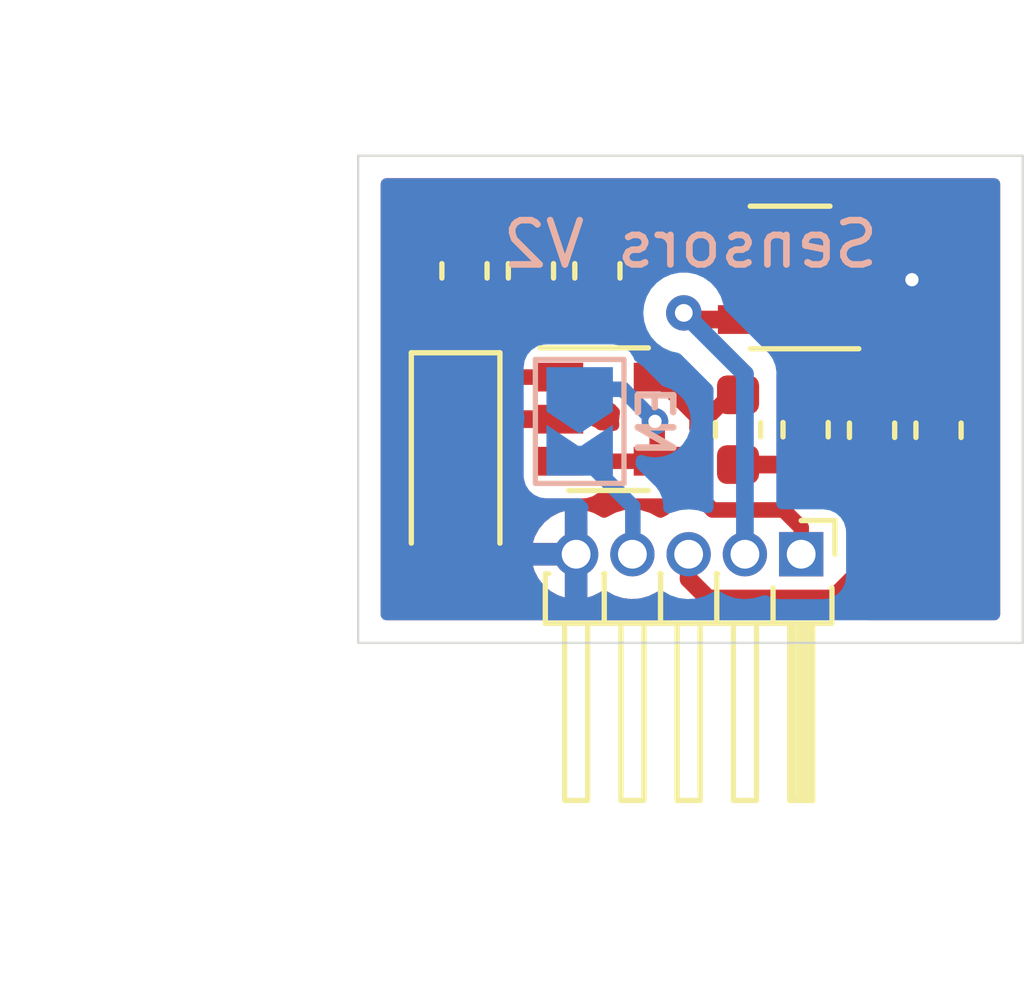
<source format=kicad_pcb>
(kicad_pcb (version 20210228) (generator pcbnew)
  (layers (0 "F.Cu" signal) (31 "B.Cu" signal) (34 "B.Paste" user) (35 "F.Paste" user) (36 "B.SilkS" user "B.Silkscreen") (37 "F.SilkS" user "F.Silkscreen") (38 "B.Mask" user) (39 "F.Mask" user) (44 "Edge.Cuts" user))
  (net 0 "")
  (net 1 "GND")
  (net 2 "Net-(D1-Pad1)")
  (net 3 "+12V")
  (net 4 "/IN")
  (net 5 "+5V")
  (net 6 "Net-(JP1-Pad1)")
  (net 7 "Net-(R3-Pad1)")
  (net 8 "Net-(R4-Pad2)")
  (net 9 "Net-(R4-Pad1)")
  (net 10 "Net-(J1-Pad4)")
  (footprint "Resistor_SMD:R_0603_1608Metric" (layer "F.Cu") (at 137.4 79.6 90)
    (fp_text reference "R6" hide)
    (fp_text value "33k  1/10W +-1%" hide)
    (fp_line (start -0.162779 0.51) (end 0.162779 0.51) (layer "F.SilkS") (width 0.12))
    (fp_line (start -0.162779 -0.51) (end 0.162779 -0.51) (layer "F.SilkS") (width 0.12))
    (pad "1" smd roundrect (at -0.7875 0 90) (size 0.875 0.95) (layers "F.Cu" "F.Paste" "F.Mask") (net 2 "Net-(D1-Pad1)"))
    (pad "2" smd roundrect (at 0.7875 0 90) (size 0.875 0.95) (layers "F.Cu" "F.Paste" "F.Mask") (net 1 "GND"))
  )
  (footprint "Resistor_SMD:R_0603_1608Metric" (layer "F.Cu") (at 145.1 83.1875 -90)
    (fp_text reference "R3" hide)
    (fp_text value "2.2k" hide)
    (fp_line (start -0.162779 0.51) (end 0.162779 0.51) (layer "F.SilkS") (width 0.12))
    (fp_line (start -0.162779 -0.51) (end 0.162779 -0.51) (layer "F.SilkS") (width 0.12))
    (pad "1" smd roundrect (at -0.7875 0 270) (size 0.875 0.95) (layers "F.Cu" "F.Paste" "F.Mask") (net 7 "Net-(R3-Pad1)"))
    (pad "2" smd roundrect (at 0.7875 0 270) (size 0.875 0.95) (layers "F.Cu" "F.Paste" "F.Mask") (net 4 "/IN"))
  )
  (footprint "Connector_PinHeader_1.27mm:PinHeader_1x05_P1.27mm_Horizontal" (layer "F.Cu") (at 145 86 -90)
    (fp_text reference "J1" hide)
    (fp_text value "Conn_01x05_Female")
    (fp_line (start 1.56 1.01) (end 5.56 1.01) (layer "F.SilkS") (width 0.12))
    (fp_line (start 1.56 2.28) (end 5.56 2.28) (layer "F.SilkS") (width 0.12))
    (fp_line (start 1.56 3.55) (end 5.56 3.55) (layer "F.SilkS") (width 0.12))
    (fp_line (start -0.76 -0.76) (end 0 -0.76) (layer "F.SilkS") (width 0.12))
    (fp_line (start 0.76 -0.695) (end 1.56 -0.695) (layer "F.SilkS") (width 0.12))
    (fp_line (start 1.56 4.82) (end 5.56 4.82) (layer "F.SilkS") (width 0.12))
    (fp_line (start 5.56 0.26) (end 1.56 0.26) (layer "F.SilkS") (width 0.12))
    (fp_line (start 1.56 -0.695) (end 1.56 5.775) (layer "F.SilkS") (width 0.12))
    (fp_line (start 0.44 4.445) (end 1.56 4.445) (layer "F.SilkS") (width 0.12))
    (fp_line (start 5.56 4.82) (end 5.56 5.34) (layer "F.SilkS") (width 0.12))
    (fp_line (start -0.76 0) (end -0.76 -0.76) (layer "F.SilkS") (width 0.12))
    (fp_line (start 5.56 1.01) (end 5.56 1.53) (layer "F.SilkS") (width 0.12))
    (fp_line (start 0.44 1.889677) (end 0.44 1.920323) (layer "F.SilkS") (width 0.12))
    (fp_line (start 1.56 0.16) (end 5.56 0.16) (layer "F.SilkS") (width 0.12))
    (fp_line (start 5.56 2.8) (end 1.56 2.8) (layer "F.SilkS") (width 0.12))
    (fp_line (start 5.56 2.28) (end 5.56 2.8) (layer "F.SilkS") (width 0.12))
    (fp_line (start 1.56 -0.2) (end 5.56 -0.2) (layer "F.SilkS") (width 0.12))
    (fp_line (start 5.56 1.53) (end 1.56 1.53) (layer "F.SilkS") (width 0.12))
    (fp_line (start 5.56 -0.26) (end 5.56 0.26) (layer "F.SilkS") (width 0.12))
    (fp_line (start 0.76 0.635) (end 1.56 0.635) (layer "F.SilkS") (width 0.12))
    (fp_line (start 5.56 5.34) (end 1.56 5.34) (layer "F.SilkS") (width 0.12))
    (fp_line (start 0.44 3.175) (end 1.56 3.175) (layer "F.SilkS") (width 0.12))
    (fp_line (start 1.56 -0.08) (end 5.56 -0.08) (layer "F.SilkS") (width 0.12))
    (fp_line (start 0.44 3.159677) (end 0.44 3.190323) (layer "F.SilkS") (width 0.12))
    (fp_line (start 1.56 0.04) (end 5.56 0.04) (layer "F.SilkS") (width 0.12))
    (fp_line (start 0.44 4.429677) (end 0.44 4.460323) (layer "F.SilkS") (width 0.12))
    (fp_line (start 5.56 4.07) (end 1.56 4.07) (layer "F.SilkS") (width 0.12))
    (fp_line (start 0.44 5.775) (end 0.44 5.699677) (layer "F.SilkS") (width 0.12))
    (fp_line (start 0.44 1.905) (end 1.56 1.905) (layer "F.SilkS") (width 0.12))
    (fp_line (start 1.56 5.775) (end 0.44 5.775) (layer "F.SilkS") (width 0.12))
    (fp_line (start 1.56 -0.26) (end 5.56 -0.26) (layer "F.SilkS") (width 0.12))
    (fp_line (start 5.56 3.55) (end 5.56 4.07) (layer "F.SilkS") (width 0.12))
    (pad "1" thru_hole rect (at 0 0 270) (size 1 1) (drill 0.65) (layers *.Cu *.Mask) (net 5 "+5V"))
    (pad "2" thru_hole oval (at 0 1.27 270) (size 1 1) (drill 0.65) (layers *.Cu *.Mask) (net 3 "+12V"))
    (pad "3" thru_hole oval (at 0 2.54 270) (size 1 1) (drill 0.65) (layers *.Cu *.Mask) (net 4 "/IN"))
    (pad "4" thru_hole oval (at 0 3.81 270) (size 1 1) (drill 0.65) (layers *.Cu *.Mask) (net 10 "Net-(J1-Pad4)"))
    (pad "5" thru_hole oval (at 0 5.08 270) (size 1 1) (drill 0.65) (layers *.Cu *.Mask) (net 1 "GND"))
  )
  (footprint "Capacitor_SMD:C_0603_1608Metric" (layer "F.Cu") (at 148.1 83.2 90)
    (fp_text reference "C1" hide)
    (fp_text value "240pF" hide)
    (fp_line (start -0.162779 0.51) (end 0.162779 0.51) (layer "F.SilkS") (width 0.12))
    (fp_line (start -0.162779 -0.51) (end 0.162779 -0.51) (layer "F.SilkS") (width 0.12))
    (pad "1" smd roundrect (at -0.7875 0 90) (size 0.875 0.95) (layers "F.Cu" "F.Paste" "F.Mask") (net 4 "/IN"))
    (pad "2" smd roundrect (at 0.7875 0 90) (size 0.875 0.95) (layers "F.Cu" "F.Paste" "F.Mask") (net 1 "GND"))
  )
  (footprint "Package_TO_SOT_SMD:SOT-23-5" (layer "F.Cu") (at 144.75 79.75 180)
    (fp_text reference "U1" hide)
    (fp_text value "LM321" hide)
    (fp_line (start -0.9 1.61) (end 0.9 1.61) (layer "F.SilkS") (width 0.12))
    (fp_line (start 0.9 -1.61) (end -1.55 -1.61) (layer "F.SilkS") (width 0.12))
    (pad "1" smd rect (at -1.1 -0.95 180) (size 1.06 0.65) (layers "F.Cu" "F.Paste" "F.Mask") (net 7 "Net-(R3-Pad1)"))
    (pad "2" smd rect (at -1.1 0 180) (size 1.06 0.65) (layers "F.Cu" "F.Paste" "F.Mask") (net 1 "GND"))
    (pad "3" smd rect (at -1.1 0.95 180) (size 1.06 0.65) (layers "F.Cu" "F.Paste" "F.Mask") (net 9 "Net-(R4-Pad1)"))
    (pad "4" smd rect (at 1.1 0.95 180) (size 1.06 0.65) (layers "F.Cu" "F.Paste" "F.Mask") (net 9 "Net-(R4-Pad1)"))
    (pad "5" smd rect (at 1.1 -0.95 180) (size 1.06 0.65) (layers "F.Cu" "F.Paste" "F.Mask") (net 3 "+12V"))
  )
  (footprint "Resistor_SMD:R_0603_1608Metric" (layer "F.Cu") (at 143.575 83.1875 90)
    (fp_text reference "R2" hide)
    (fp_text value "28.6k +-1%" hide)
    (fp_line (start -0.162779 -0.51) (end 0.162779 -0.51) (layer "F.SilkS") (width 0.12))
    (fp_line (start -0.162779 0.51) (end 0.162779 0.51) (layer "F.SilkS") (width 0.12))
    (pad "1" smd roundrect (at -0.7875 0 90) (size 0.875 0.95) (layers "F.Cu" "F.Paste" "F.Mask") (net 4 "/IN"))
    (pad "2" smd roundrect (at 0.7875 0 90) (size 0.875 0.95) (layers "F.Cu" "F.Paste" "F.Mask") (net 5 "+5V"))
  )
  (footprint "Resistor_SMD:R_0603_1608Metric" (layer "F.Cu") (at 140.4 79.6 90)
    (fp_text reference "R4" hide)
    (fp_text value "16k 1/10W +-1%" hide)
    (fp_line (start -0.162779 0.51) (end 0.162779 0.51) (layer "F.SilkS") (width 0.12))
    (fp_line (start -0.162779 -0.51) (end 0.162779 -0.51) (layer "F.SilkS") (width 0.12))
    (pad "1" smd roundrect (at -0.7875 0 90) (size 0.875 0.95) (layers "F.Cu" "F.Paste" "F.Mask") (net 9 "Net-(R4-Pad1)"))
    (pad "2" smd roundrect (at 0.7875 0 90) (size 0.875 0.95) (layers "F.Cu" "F.Paste" "F.Mask") (net 8 "Net-(R4-Pad2)"))
  )
  (footprint "Resistor_SMD:R_0603_1608Metric" (layer "F.Cu") (at 138.9 79.6 90)
    (fp_text reference "R5" hide)
    (fp_text value "1k 1/10W +-1%" hide)
    (fp_line (start -0.162779 0.51) (end 0.162779 0.51) (layer "F.SilkS") (width 0.12))
    (fp_line (start -0.162779 -0.51) (end 0.162779 -0.51) (layer "F.SilkS") (width 0.12))
    (pad "1" smd roundrect (at -0.7875 0 90) (size 0.875 0.95) (layers "F.Cu" "F.Paste" "F.Mask") (net 2 "Net-(D1-Pad1)"))
    (pad "2" smd roundrect (at 0.7875 0 90) (size 0.875 0.95) (layers "F.Cu" "F.Paste" "F.Mask") (net 8 "Net-(R4-Pad2)"))
  )
  (footprint "Diode_SMD:D_MiniMELF" (layer "F.Cu") (at 137.2 84 -90)
    (fp_text reference "D1" hide)
    (fp_text value "DZ2S033X0L")
    (fp_line (start 1.75 -1) (end -2.55 -1) (layer "F.SilkS") (width 0.12))
    (fp_line (start -2.55 1) (end 1.75 1) (layer "F.SilkS") (width 0.12))
    (fp_line (start -2.55 -1) (end -2.55 1) (layer "F.SilkS") (width 0.12))
    (pad "1" smd rect (at -1.75 0 270) (size 1.3 1.7) (layers "F.Cu" "F.Paste" "F.Mask") (net 2 "Net-(D1-Pad1)"))
    (pad "2" smd rect (at 1.75 0 270) (size 1.3 1.7) (layers "F.Cu" "F.Paste" "F.Mask") (net 1 "GND"))
  )
  (footprint "Resistor_SMD:R_0603_1608Metric" (layer "F.Cu") (at 146.6 83.2 90)
    (fp_text reference "R1" hide)
    (fp_text value "3.32k +-1%" hide)
    (fp_line (start -0.162779 -0.51) (end 0.162779 -0.51) (layer "F.SilkS") (width 0.12))
    (fp_line (start -0.162779 0.51) (end 0.162779 0.51) (layer "F.SilkS") (width 0.12))
    (pad "1" smd roundrect (at -0.7875 0 90) (size 0.875 0.95) (layers "F.Cu" "F.Paste" "F.Mask") (net 4 "/IN"))
    (pad "2" smd roundrect (at 0.7875 0 90) (size 0.875 0.95) (layers "F.Cu" "F.Paste" "F.Mask") (net 1 "GND"))
  )
  (footprint "Package_TO_SOT_SMD:SOT-23-5" (layer "F.Cu") (at 140.65 82.95)
    (fp_text reference "U2" hide)
    (fp_text value "LM321" hide)
    (fp_line (start 0.9 -1.61) (end -1.55 -1.61) (layer "F.SilkS") (width 0.12))
    (fp_line (start -0.9 1.61) (end 0.9 1.61) (layer "F.SilkS") (width 0.12))
    (pad "1" smd rect (at -1.1 -0.95) (size 1.06 0.65) (layers "F.Cu" "F.Paste" "F.Mask") (net 2 "Net-(D1-Pad1)"))
    (pad "2" smd rect (at -1.1 0) (size 1.06 0.65) (layers "F.Cu" "F.Paste" "F.Mask") (net 1 "GND"))
    (pad "3" smd rect (at -1.1 0.95) (size 1.06 0.65) (layers "F.Cu" "F.Paste" "F.Mask") (net 6 "Net-(JP1-Pad1)"))
    (pad "4" smd rect (at 1.1 0.95) (size 1.06 0.65) (layers "F.Cu" "F.Paste" "F.Mask") (net 6 "Net-(JP1-Pad1)"))
    (pad "5" smd rect (at 1.1 -0.95) (size 1.06 0.65) (layers "F.Cu" "F.Paste" "F.Mask") (net 5 "+5V"))
  )
  (footprint "Jumper:SolderJumper-2_P1.3mm_Open_TrianglePad1.0x1.5mm" (layer "B.Cu") (at 140 83 -90)
    (fp_text reference "JP1" hide)
    (fp_text value "Jumper_NC_Small" hide)
    (fp_line (start -1.4 1) (end 1.4 1) (layer "B.SilkS") (width 0.12))
    (fp_line (start 1.4 1) (end 1.4 -1) (layer "B.SilkS") (width 0.12))
    (fp_line (start -1.4 -1) (end -1.4 1) (layer "B.SilkS") (width 0.12))
    (fp_line (start 1.4 -1) (end -1.4 -1) (layer "B.SilkS") (width 0.12))
    (pad "1" smd custom (at -0.725 0 270) (size 0.3 0.3) (layers "B.Cu" "B.Mask") (net 6 "Net-(JP1-Pad1)") (options (clearance outline) (anchor rect)) (primitives (gr_poly (pts (xy -0.5 0.75) (xy 0.5 0.75) (xy 1 0) (xy 0.5 -0.75) (xy -0.5 -0.75)) (width 0) (fill yes))))
    (pad "2" smd custom (at 0.725 0 270) (size 0.3 0.3) (layers "B.Cu" "B.Mask") (net 10 "Net-(J1-Pad4)") (options (clearance outline) (anchor rect)) (primitives (gr_poly (pts (xy -0.65 0.75) (xy 0.5 0.75) (xy 0.5 -0.75) (xy -0.65 -0.75) (xy -0.15 0)) (width 0) (fill yes))))
  )
  (gr_rect (start 150 77) (end 135 88) (layer "Edge.Cuts") (width 0.05) (fill none))
  (gr_text "Sensors V2" (at 142.5 79) (layer "B.SilkS") (effects (font (size 1 1)) (justify mirror)))
  (gr_text "EN" (at 141.75 83 90) (layer "B.SilkS") (effects (font (size 0.8 0.8)) (justify mirror)))
  (segment (start 139.55 82.95) (end 138.62 82.95) (width 0.4) (layer "F.Cu") (net 1))
  (segment (start 137.2 84.37) (end 137.2 85.75) (width 0.4) (layer "F.Cu") (net 1))
  (segment (start 145.85 79.75) (end 147.45 79.75) (width 0.4) (layer "F.Cu") (net 1))
  (segment (start 147.45 79.75) (end 147.5 79.8) (width 0.4) (layer "F.Cu") (net 1))
  (segment (start 138.62 82.95) (end 137.2 84.37) (width 0.4) (layer "F.Cu") (net 1))
  (via (at 147.5 79.8) (size 0.6) (drill 0.3) (layers "F.Cu" "B.Cu") (net 1))
  (segment (start 137.2 80.5875) (end 137.4 80.3875) (width 0.35) (layer "F.Cu") (net 2))
  (segment (start 139.55 82) (end 137.45 82) (width 0.35) (layer "F.Cu") (net 2))
  (segment (start 137.2 82.25) (end 137.2 80.5875) (width 0.35) (layer "F.Cu") (net 2))
  (segment (start 137.4 80.3875) (end 138.9 80.3875) (width 0.35) (layer "F.Cu") (net 2))
  (segment (start 137.45 82) (end 137.2 82.25) (width 0.35) (layer "F.Cu") (net 2))
  (segment (start 142.5 80.7) (end 143.65 80.7) (width 0.4) (layer "F.Cu") (net 3))
  (segment (start 142.35 80.55) (end 142.5 80.7) (width 0.4) (layer "F.Cu") (net 3))
  (via (at 142.35 80.55) (size 0.8) (drill 0.4) (layers "F.Cu" "B.Cu") (net 3))
  (segment (start 143.73 86) (end 143.73 81.93) (width 0.4) (layer "B.Cu") (net 3))
  (segment (start 143.73 81.93) (end 142.35 80.55) (width 0.4) (layer "B.Cu") (net 3))
  (segment (start 145.1 83.975) (end 146.5875 83.975) (width 0.4) (layer "F.Cu") (net 4))
  (segment (start 146.6 83.9875) (end 146.6 86.12002) (width 0.4) (layer "F.Cu") (net 4))
  (segment (start 146.6 86.12002) (end 145.72002 87) (width 0.4) (layer "F.Cu") (net 4))
  (segment (start 142.46 86.56) (end 142.46 86) (width 0.4) (layer "F.Cu") (net 4))
  (segment (start 145.72002 87) (end 142.9 87) (width 0.4) (layer "F.Cu") (net 4))
  (segment (start 146.6 83.9875) (end 148.1 83.9875) (width 0.4) (layer "F.Cu") (net 4))
  (segment (start 142.9 87) (end 142.46 86.56) (width 0.4) (layer "F.Cu") (net 4))
  (segment (start 143.575 83.975) (end 145.1 83.975) (width 0.4) (layer "F.Cu") (net 4))
  (segment (start 146.5875 83.975) (end 146.6 83.9875) (width 0.4) (layer "F.Cu") (net 4))
  (segment (start 142.655011 84.655011) (end 142.655011 83.155011) (width 0.35) (layer "F.Cu") (net 5))
  (segment (start 142.65 83.15) (end 143.4 82.4) (width 0.35) (layer "F.Cu") (net 5))
  (segment (start 142.655011 83.155011) (end 142.65 83.15) (width 0.35) (layer "F.Cu") (net 5))
  (segment (start 143.4 82.4) (end 143.575 82.4) (width 0.35) (layer "F.Cu") (net 5))
  (segment (start 142.65 82.9) (end 142.65 83.15) (width 0.35) (layer "F.Cu") (net 5))
  (segment (start 145 85.4) (end 144.6 85) (width 0.35) (layer "F.Cu") (net 5))
  (segment (start 143 85) (end 142.655011 84.655011) (width 0.35) (layer "F.Cu") (net 5))
  (segment (start 144.6 85) (end 143 85) (width 0.35) (layer "F.Cu") (net 5))
  (segment (start 145.025 85.975) (end 145 86) (width 0.35) (layer "F.Cu") (net 5))
  (segment (start 141.75 82) (end 142.65 82.9) (width 0.35) (layer "F.Cu") (net 5))
  (segment (start 145 86) (end 145 85.4) (width 0.35) (layer "F.Cu") (net 5))
  (segment (start 141.75 83.05) (end 141.7 83) (width 0.35) (layer "F.Cu") (net 6))
  (segment (start 139.55 83.9) (end 141.75 83.9) (width 0.35) (layer "F.Cu") (net 6))
  (segment (start 141.75 83.9) (end 141.75 83.05) (width 0.35) (layer "F.Cu") (net 6))
  (via (at 141.7 83) (size 0.6) (drill 0.3) (layers "F.Cu" "B.Cu") (net 6))
  (segment (start 140.975 82.275) (end 140 82.275) (width 0.35) (layer "B.Cu") (net 6))
  (segment (start 141.7 83) (end 140.975 82.275) (width 0.35) (layer "B.Cu") (net 6))
  (segment (start 145.1 81.45) (end 145.85 80.7) (width 0.35) (layer "F.Cu") (net 7))
  (segment (start 145.1 82.4) (end 145.1 81.45) (width 0.35) (layer "F.Cu") (net 7))
  (segment (start 138.9 78.8125) (end 140.4 78.8125) (width 0.35) (layer "F.Cu") (net 8))
  (segment (start 143.65 78.8) (end 145.85 78.8) (width 0.35) (layer "F.Cu") (net 9))
  (segment (start 140.4 80.3875) (end 140.5625 80.3875) (width 0.35) (layer "F.Cu") (net 9))
  (segment (start 140.5625 80.3875) (end 142.15 78.8) (width 0.35) (layer "F.Cu") (net 9))
  (segment (start 142.15 78.8) (end 143.65 78.8) (width 0.35) (layer "F.Cu") (net 9))
  (segment (start 140 83.725) (end 141.2 84.925) (width 0.35) (layer "B.Cu") (net 10))
  (segment (start 141.2 85.99) (end 141.19 86) (width 0.35) (layer "B.Cu") (net 10))
  (segment (start 141.2 84.925) (end 141.2 85.99) (width 0.35) (layer "B.Cu") (net 10))
  (zone (net 1) (net_name "GND") (layer "F.Cu") (connect_pads (clearance 0.508)) (min_thickness 0.254) (fill yes (thermal_gap 0.508) (thermal_bridge_width 0.508))
    (polygon (pts (xy 149.5 87.5) (xy 135.5 87.5) (xy 135.5 77.5) (xy 149.5 77.5)))
  )
  (zone (net 1) (net_name "GND") (layer "B.Cu") (connect_pads (clearance 0.508)) (min_thickness 0.254) (fill yes (thermal_gap 0.508) (thermal_bridge_width 0.508))
    (polygon (pts (xy 149.5 87.5) (xy 135.5 87.5) (xy 135.5 77.5) (xy 149.5 77.5)))
  )
)
</source>
